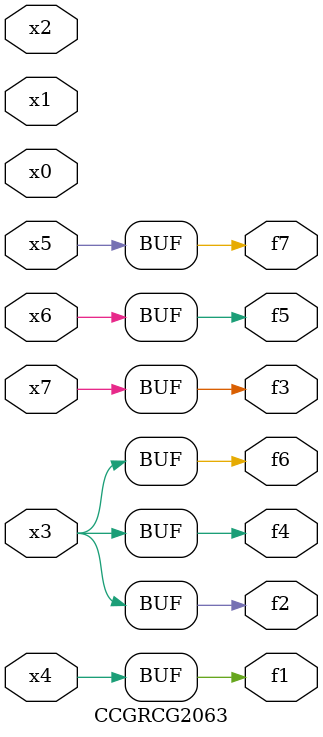
<source format=v>
module CCGRCG2063(
	input x0, x1, x2, x3, x4, x5, x6, x7,
	output f1, f2, f3, f4, f5, f6, f7
);
	assign f1 = x4;
	assign f2 = x3;
	assign f3 = x7;
	assign f4 = x3;
	assign f5 = x6;
	assign f6 = x3;
	assign f7 = x5;
endmodule

</source>
